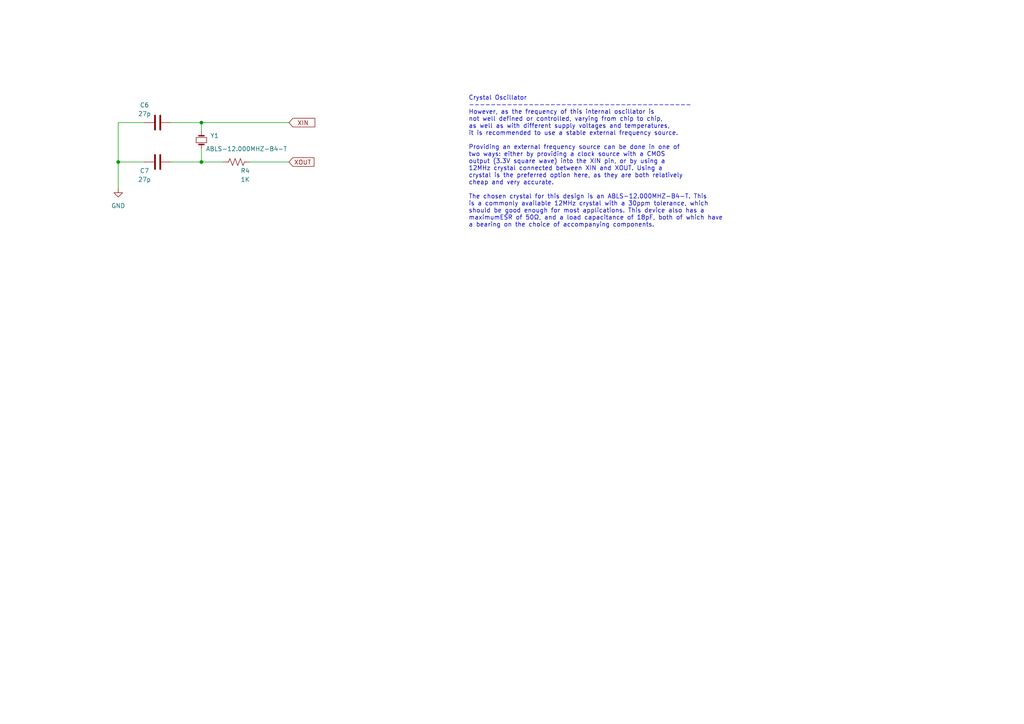
<source format=kicad_sch>
(kicad_sch (version 20230121) (generator eeschema)
  (paper "A4")
  (lib_symbols
    (symbol "Device:C" (pin_numbers hide) (pin_names (offset 0.254))
      (property "Reference" "C" (at 0.635 2.54 0))
      (property "Value" "C" (at 0.635 -2.54 0))
      (symbol "C_0_1"
        (polyline (pts (xy -2.032 -0.762) (xy 2.032 -0.762)) (stroke (width 0.508)))
        (polyline (pts (xy -2.032 0.762) (xy 2.032 0.762)) (stroke (width 0.508)))
      )
      (symbol "C_1_1"
        (pin passive line (at 0 3.81 270) (length 2.794) (name "~") (number "1"))
        (pin passive line (at 0 -3.81 90) (length 2.794) (name "~") (number "2"))
      )
    )
    (symbol "Device:Crystal_Small" (pin_numbers hide) (pin_names (offset 1.016) hide)
      (property "Reference" "Y" (at 0 2.54 0))
      (property "Value" "Crystal_Small" (at 0 -2.54 0))
      (symbol "Crystal_Small_0_1"
        (rectangle (start -0.762 -1.524) (end 0.762 1.524))
        (polyline (pts (xy -1.27 -0.762) (xy -1.27 0.762)) (stroke (width 0.381)))
        (polyline (pts (xy 1.27 -0.762) (xy 1.27 0.762)) (stroke (width 0.381)))
      )
      (symbol "Crystal_Small_1_1"
        (pin passive line (at -2.54 0 0) (length 1.27) (name "1") (number "1"))
        (pin passive line (at 2.54 0 180) (length 1.27) (name "2") (number "2"))
      )
    )
    (symbol "Device:R_US" (pin_numbers hide) (pin_names (offset 0))
      (property "Reference" "R" (at 2.54 0 90))
      (property "Value" "R_US" (at -2.54 0 90))
      (symbol "R_US_0_1"
        (polyline (pts (xy 0 -2.286) (xy 0 -2.54)))
        (polyline (pts (xy 0 2.286) (xy 0 2.54)))
        (polyline (pts (xy 0 -0.762) (xy 1.016 -1.143) (xy 0 -1.524) (xy -1.016 -1.905) (xy 0 -2.286)))
        (polyline (pts (xy 0 0.762) (xy 1.016 0.381) (xy 0 0) (xy -1.016 -0.381) (xy 0 -0.762)))
        (polyline (pts (xy 0 2.286) (xy 1.016 1.905) (xy 0 1.524) (xy -1.016 1.143) (xy 0 0.762)))
      )
      (symbol "R_US_1_1"
        (pin passive line (at 0 3.81 270) (length 1.27) (name "~") (number "1"))
        (pin passive line (at 0 -3.81 90) (length 1.27) (name "~") (number "2"))
      )
    )
    (symbol "power:GND" (power) (pin_names (offset 0))
      (property "Value" "GND" (at 0 -3.81 0))
      (symbol "GND_0_1"
        (polyline (pts (xy 0 0) (xy 0 -1.27) (xy 1.27 -1.27) (xy 0 -2.54) (xy -1.27 -1.27) (xy 0 -1.27)))
      )
      (symbol "GND_1_1"
        (pin power_in line (at 0 0 270) (length 0) hide (name "GND") (number "1"))
      )
    )
  )
  (junction (at 58.42 46.99))
  (junction (at 58.42 35.56))
  (junction (at 34.29 46.99))
  (wire (pts (xy 34.29 46.99) (xy 41.91 46.99)))
  (wire (pts (xy 34.29 54.61) (xy 34.29 46.99)))
  (wire (pts (xy 49.53 46.99) (xy 58.42 46.99)))
  (wire (pts (xy 58.42 35.56) (xy 83.82 35.56)))
  (wire (pts (xy 34.29 46.99) (xy 34.29 35.56)))
  (wire (pts (xy 58.42 43.18) (xy 58.42 46.99)))
  (wire (pts (xy 58.42 46.99) (xy 64.77 46.99)))
  (wire (pts (xy 49.53 35.56) (xy 58.42 35.56)))
  (wire (pts (xy 72.39 46.99) (xy 83.82 46.99)))
  (wire (pts (xy 34.29 35.56) (xy 41.91 35.56)))
  (wire (pts (xy 58.42 35.56) (xy 58.42 38.1)))
  (text "Crystal Oscillator\n-----------------------------------------\nHowever, as the frequency of this internal oscillator is \nnot well defined or controlled, varying from chip to chip, \nas well as with different supply voltages and temperatures, \nit is recommended to use a stable external frequency source.\n\nProviding an external frequency source can be done in one of \ntwo ways: either by providing a clock source with a CMOS\noutput (3.3V square wave) into the XIN pin, or by using a \n12MHz crystal connected between XIN and XOUT. Using a\ncrystal is the preferred option here, as they are both relatively \ncheap and very accurate.\n\nThe chosen crystal for this design is an ABLS-12.000MHZ-B4-T. This \nis a commonly available 12MHz crystal with a 30ppm tolerance, which \nshould be good enough for most applications. This device also has a \nmaximumESR of 50Ω, and a load capacitance of 18pF, both of which have \na bearing on the choice of accompanying components." (at 135.89 66.04 0) (effects (font (size 1.27 1.27)) (justify left bottom)))
  (global_label "XOUT" (shape input) (at 83.82 46.99 0) (property "Intersheetrefs" "${INTERSHEET_REFS}" (effects hide)))
  (global_label " XIN " (shape input) (at 83.82 35.56 0) (property "Intersheetrefs" "${INTERSHEET_REFS}" (effects hide)))
  (symbol (lib_id "Device:Crystal_Small") (at 58.42 40.64 90) (unit 1)
    (property "Reference" "Y1" (at 60.96 39.37 90) (effects (justify right)))
    (property "Value" "ABLS-12.000MHZ-B4-T" (at 59.69 43.18 90) (effects (justify right)))
  )
  (symbol (lib_id "Device:C") (at 45.72 46.99 270) (unit 1)
    (property "Reference" "C7" (at 41.91 49.53 90))
    (property "Value" "27p" (at 41.91 52.07 90))
    (instances (project "getting-started" (path "" (reference "C7") (unit 1))) (project "tool_board" (path "" (reference "C2") (unit 1)) (path "" (reference "C2") (unit 1))) (project "crystal" (path "" (reference "C7") (unit 1))))
  )
  (symbol (lib_id "Device:C") (at 45.72 35.56 270) (unit 1)
    (property "Reference" "C6" (at 41.91 30.48 90))
    (property "Value" "27p" (at 41.91 33.02 90))
    (instances (project "getting-started" (path "" (reference "C6") (unit 1))) (project "tool_board" (path "" (reference "C1") (unit 1)) (path "" (reference "C1") (unit 1))) (project "crystal" (path "" (reference "C6") (unit 1))))
  )
  (symbol (lib_id "Device:R_US") (at 68.58 46.99 90) (unit 1)
    (property "Reference" "R4" (at 71.12 49.53 90))
    (property "Value" "1K" (at 71.12 52.07 90))
    (instances (project "getting-started" (path "" (reference "R4") (unit 1))) (project "tool_board" (path "" (reference "R1") (unit 1)) (path "" (reference "R1") (unit 1))) (project "crystal" (path "" (reference "R4") (unit 1))))
  )
  (symbol (lib_id "power:GND") (at 34.29 54.61 0) (unit 1)
    (property "Reference" "#PWR09" (effects hide))
    (property "Value" "GND" (at 34.29 59.69 0))
    (instances (project "getting-started" (path "" (reference "#PWR09") (unit 1))) (project "tool_board" (path "" (reference "#PWR04") (unit 1)) (path "" (reference "#PWR04") (unit 1))) (project "crystal" (path "" (reference "#PWR09") (unit 1))))
  )
)
</source>
